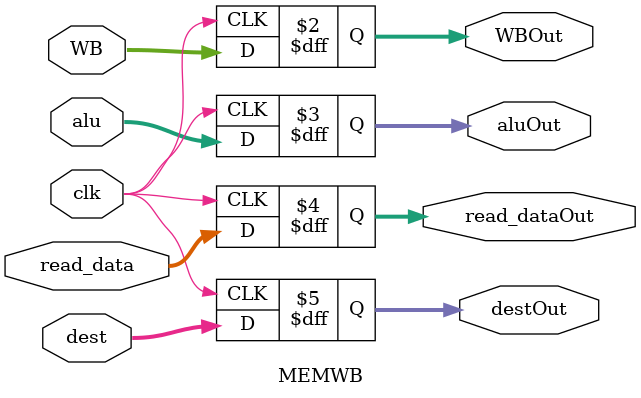
<source format=v>

module MEMWB(output reg [1:0] WBOut, output reg [31:0] aluOut, output reg  [31:0] read_dataOut, output reg [4:0] destOut, input [1:0] WB, input [31:0] read_data, input [31:0] alu, input [4:0] dest, input clk);



always @(posedge clk)
begin
WBOut = WB;
aluOut = alu;
read_dataOut = read_data;
destOut = dest;


$display("MEMWB %b %b %b %b " ,WBOut, aluOut, destOut,read_dataOut );
end

endmodule 
</source>
